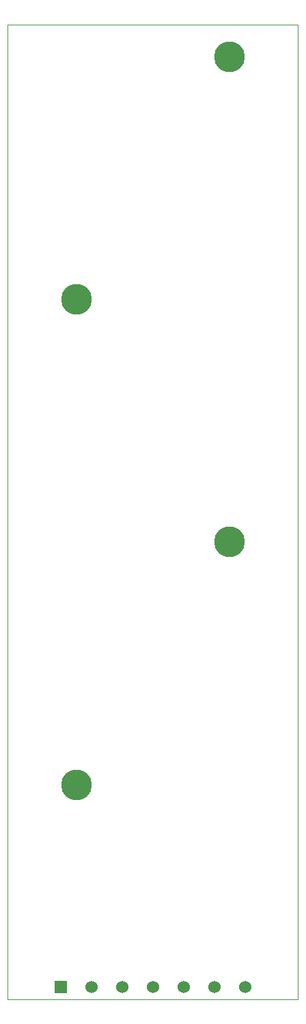
<source format=gbs>
G04 (created by PCBNEW (2013-07-07 BZR 4022)-stable) date 10/26/2015 6:46:51 PM*
%MOIN*%
G04 Gerber Fmt 3.4, Leading zero omitted, Abs format*
%FSLAX34Y34*%
G01*
G70*
G90*
G04 APERTURE LIST*
%ADD10C,0.00590551*%
%ADD11C,0.00393701*%
%ADD12C,0.15*%
%ADD13R,0.06X0.06*%
%ADD14C,0.06*%
G04 APERTURE END LIST*
G54D10*
G54D11*
X74606Y-93110D02*
X74803Y-93110D01*
X74606Y-45669D02*
X74606Y-93110D01*
X74803Y-45669D02*
X74606Y-45669D01*
X74803Y-45669D02*
X88582Y-45669D01*
X88779Y-93110D02*
X88582Y-93110D01*
X88779Y-45669D02*
X88779Y-93110D01*
X88582Y-45669D02*
X88779Y-45669D01*
X74803Y-93110D02*
X88582Y-93110D01*
G54D12*
X85433Y-70866D03*
X77952Y-59055D03*
X77952Y-82677D03*
X85433Y-47244D03*
G54D13*
X77192Y-92519D03*
G54D14*
X78692Y-92519D03*
X80192Y-92519D03*
X81692Y-92519D03*
X83192Y-92519D03*
X84692Y-92519D03*
X86192Y-92519D03*
M02*

</source>
